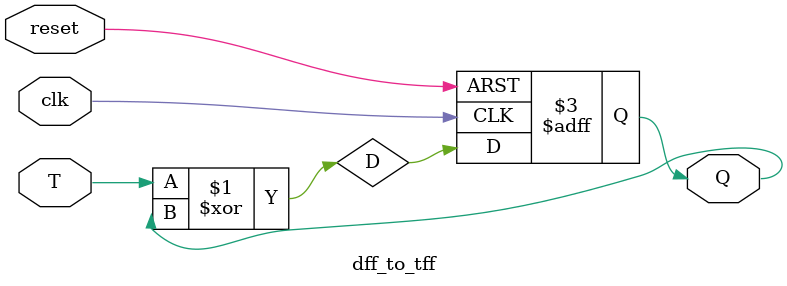
<source format=v>
`timescale 1ns / 1ps


module dff_to_tff (
    input wire clk,     // Clock signal
    input wire reset,   // Asynchronous reset
    input wire T,       // Toggle input
    output reg Q        // Output Q
);
    wire D;

    // D Flip-Flop logic for T Flip-Flop
    assign D = T ^ Q; // D = T XOR Q

    // D Flip-Flop
    always @(posedge clk or posedge reset) begin
        if (reset) begin
            Q <= 1'b0; // Reset Q to 0
        end else begin
            Q <= D; // Capture the value of D on clock's rising edge
        end
    end
endmodule

</source>
